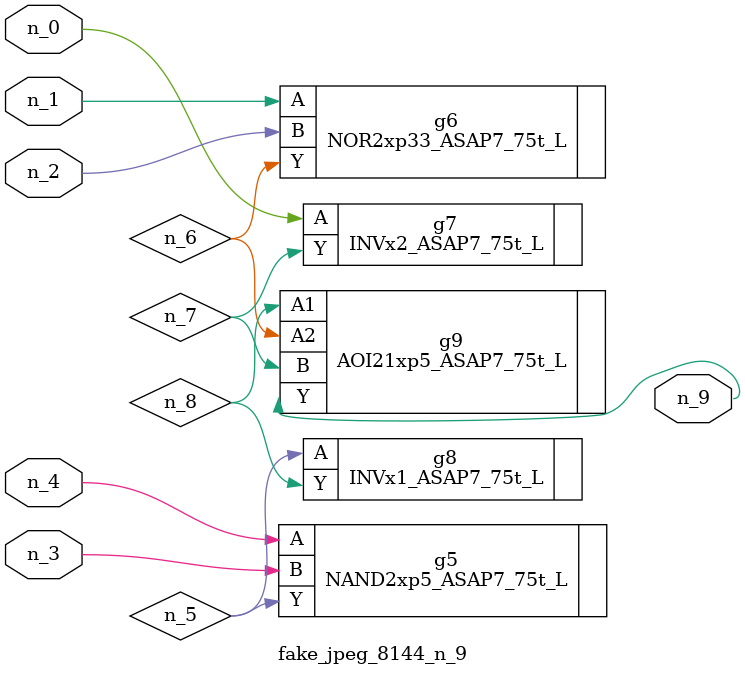
<source format=v>
module fake_jpeg_8144_n_9 (n_3, n_2, n_1, n_0, n_4, n_9);

input n_3;
input n_2;
input n_1;
input n_0;
input n_4;

output n_9;

wire n_8;
wire n_6;
wire n_5;
wire n_7;

NAND2xp5_ASAP7_75t_L g5 ( 
.A(n_4),
.B(n_3),
.Y(n_5)
);

NOR2xp33_ASAP7_75t_L g6 ( 
.A(n_1),
.B(n_2),
.Y(n_6)
);

INVx2_ASAP7_75t_L g7 ( 
.A(n_0),
.Y(n_7)
);

INVx1_ASAP7_75t_L g8 ( 
.A(n_5),
.Y(n_8)
);

AOI21xp5_ASAP7_75t_L g9 ( 
.A1(n_8),
.A2(n_6),
.B(n_7),
.Y(n_9)
);


endmodule
</source>
